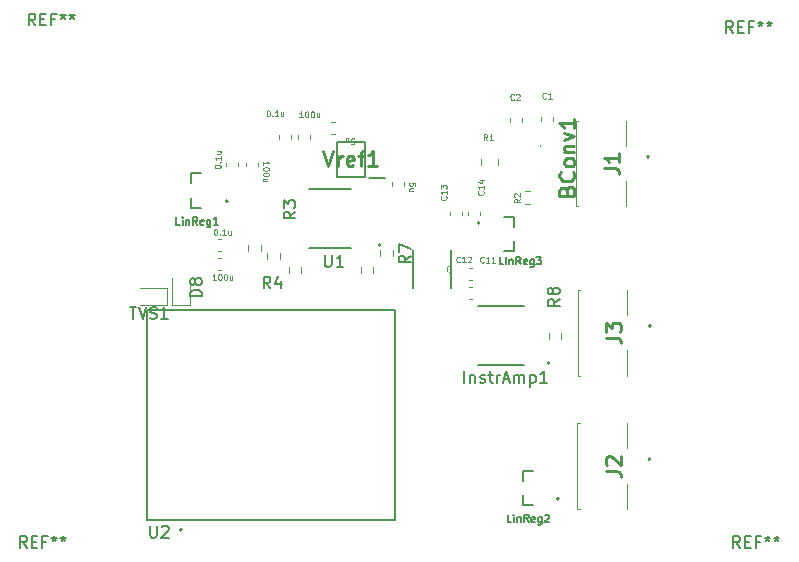
<source format=gbr>
%TF.GenerationSoftware,KiCad,Pcbnew,7.0.8*%
%TF.CreationDate,2024-08-03T17:37:37-04:00*%
%TF.ProjectId,wsg1.0,77736731-2e30-42e6-9b69-6361645f7063,rev?*%
%TF.SameCoordinates,Original*%
%TF.FileFunction,Legend,Top*%
%TF.FilePolarity,Positive*%
%FSLAX46Y46*%
G04 Gerber Fmt 4.6, Leading zero omitted, Abs format (unit mm)*
G04 Created by KiCad (PCBNEW 7.0.8) date 2024-08-03 17:37:37*
%MOMM*%
%LPD*%
G01*
G04 APERTURE LIST*
%ADD10C,0.125000*%
%ADD11C,0.150000*%
%ADD12C,0.254000*%
%ADD13C,0.120000*%
%ADD14C,0.100000*%
%ADD15C,0.127000*%
%ADD16C,0.200000*%
%ADD17C,0.152400*%
G04 APERTURE END LIST*
D10*
X99564809Y-106777142D02*
X99564809Y-106729523D01*
X99564809Y-106729523D02*
X99588619Y-106681904D01*
X99588619Y-106681904D02*
X99612428Y-106658094D01*
X99612428Y-106658094D02*
X99660047Y-106634285D01*
X99660047Y-106634285D02*
X99755285Y-106610475D01*
X99755285Y-106610475D02*
X99874333Y-106610475D01*
X99874333Y-106610475D02*
X99969571Y-106634285D01*
X99969571Y-106634285D02*
X100017190Y-106658094D01*
X100017190Y-106658094D02*
X100041000Y-106681904D01*
X100041000Y-106681904D02*
X100064809Y-106729523D01*
X100064809Y-106729523D02*
X100064809Y-106777142D01*
X100064809Y-106777142D02*
X100041000Y-106824761D01*
X100041000Y-106824761D02*
X100017190Y-106848570D01*
X100017190Y-106848570D02*
X99969571Y-106872380D01*
X99969571Y-106872380D02*
X99874333Y-106896189D01*
X99874333Y-106896189D02*
X99755285Y-106896189D01*
X99755285Y-106896189D02*
X99660047Y-106872380D01*
X99660047Y-106872380D02*
X99612428Y-106848570D01*
X99612428Y-106848570D02*
X99588619Y-106824761D01*
X99588619Y-106824761D02*
X99564809Y-106777142D01*
X100017190Y-106396190D02*
X100041000Y-106372380D01*
X100041000Y-106372380D02*
X100064809Y-106396190D01*
X100064809Y-106396190D02*
X100041000Y-106419999D01*
X100041000Y-106419999D02*
X100017190Y-106396190D01*
X100017190Y-106396190D02*
X100064809Y-106396190D01*
X100064809Y-105896190D02*
X100064809Y-106181904D01*
X100064809Y-106039047D02*
X99564809Y-106039047D01*
X99564809Y-106039047D02*
X99636238Y-106086666D01*
X99636238Y-106086666D02*
X99683857Y-106134285D01*
X99683857Y-106134285D02*
X99707666Y-106181904D01*
X99731476Y-105467619D02*
X100064809Y-105467619D01*
X99731476Y-105681905D02*
X99993380Y-105681905D01*
X99993380Y-105681905D02*
X100041000Y-105658095D01*
X100041000Y-105658095D02*
X100064809Y-105610476D01*
X100064809Y-105610476D02*
X100064809Y-105539048D01*
X100064809Y-105539048D02*
X100041000Y-105491429D01*
X100041000Y-105491429D02*
X100017190Y-105467619D01*
X104062857Y-101999809D02*
X104110476Y-101999809D01*
X104110476Y-101999809D02*
X104158095Y-102023619D01*
X104158095Y-102023619D02*
X104181905Y-102047428D01*
X104181905Y-102047428D02*
X104205714Y-102095047D01*
X104205714Y-102095047D02*
X104229524Y-102190285D01*
X104229524Y-102190285D02*
X104229524Y-102309333D01*
X104229524Y-102309333D02*
X104205714Y-102404571D01*
X104205714Y-102404571D02*
X104181905Y-102452190D01*
X104181905Y-102452190D02*
X104158095Y-102476000D01*
X104158095Y-102476000D02*
X104110476Y-102499809D01*
X104110476Y-102499809D02*
X104062857Y-102499809D01*
X104062857Y-102499809D02*
X104015238Y-102476000D01*
X104015238Y-102476000D02*
X103991429Y-102452190D01*
X103991429Y-102452190D02*
X103967619Y-102404571D01*
X103967619Y-102404571D02*
X103943810Y-102309333D01*
X103943810Y-102309333D02*
X103943810Y-102190285D01*
X103943810Y-102190285D02*
X103967619Y-102095047D01*
X103967619Y-102095047D02*
X103991429Y-102047428D01*
X103991429Y-102047428D02*
X104015238Y-102023619D01*
X104015238Y-102023619D02*
X104062857Y-101999809D01*
X104443809Y-102452190D02*
X104467619Y-102476000D01*
X104467619Y-102476000D02*
X104443809Y-102499809D01*
X104443809Y-102499809D02*
X104420000Y-102476000D01*
X104420000Y-102476000D02*
X104443809Y-102452190D01*
X104443809Y-102452190D02*
X104443809Y-102499809D01*
X104943809Y-102499809D02*
X104658095Y-102499809D01*
X104800952Y-102499809D02*
X104800952Y-101999809D01*
X104800952Y-101999809D02*
X104753333Y-102071238D01*
X104753333Y-102071238D02*
X104705714Y-102118857D01*
X104705714Y-102118857D02*
X104658095Y-102142666D01*
X105372380Y-102166476D02*
X105372380Y-102499809D01*
X105158094Y-102166476D02*
X105158094Y-102428380D01*
X105158094Y-102428380D02*
X105181904Y-102476000D01*
X105181904Y-102476000D02*
X105229523Y-102499809D01*
X105229523Y-102499809D02*
X105300951Y-102499809D01*
X105300951Y-102499809D02*
X105348570Y-102476000D01*
X105348570Y-102476000D02*
X105372380Y-102452190D01*
X111122142Y-104860190D02*
X111360237Y-104860190D01*
X111360237Y-104860190D02*
X111384046Y-104622095D01*
X111384046Y-104622095D02*
X111360237Y-104645904D01*
X111360237Y-104645904D02*
X111312618Y-104669714D01*
X111312618Y-104669714D02*
X111193570Y-104669714D01*
X111193570Y-104669714D02*
X111145951Y-104645904D01*
X111145951Y-104645904D02*
X111122142Y-104622095D01*
X111122142Y-104622095D02*
X111098332Y-104574476D01*
X111098332Y-104574476D02*
X111098332Y-104455428D01*
X111098332Y-104455428D02*
X111122142Y-104407809D01*
X111122142Y-104407809D02*
X111145951Y-104384000D01*
X111145951Y-104384000D02*
X111193570Y-104360190D01*
X111193570Y-104360190D02*
X111312618Y-104360190D01*
X111312618Y-104360190D02*
X111360237Y-104384000D01*
X111360237Y-104384000D02*
X111384046Y-104407809D01*
X110669761Y-104693523D02*
X110669761Y-104360190D01*
X110884047Y-104693523D02*
X110884047Y-104431619D01*
X110884047Y-104431619D02*
X110860237Y-104384000D01*
X110860237Y-104384000D02*
X110812618Y-104360190D01*
X110812618Y-104360190D02*
X110741190Y-104360190D01*
X110741190Y-104360190D02*
X110693571Y-104384000D01*
X110693571Y-104384000D02*
X110669761Y-104407809D01*
X107020477Y-102579809D02*
X106734763Y-102579809D01*
X106877620Y-102579809D02*
X106877620Y-102079809D01*
X106877620Y-102079809D02*
X106830001Y-102151238D01*
X106830001Y-102151238D02*
X106782382Y-102198857D01*
X106782382Y-102198857D02*
X106734763Y-102222666D01*
X107330000Y-102079809D02*
X107377619Y-102079809D01*
X107377619Y-102079809D02*
X107425238Y-102103619D01*
X107425238Y-102103619D02*
X107449048Y-102127428D01*
X107449048Y-102127428D02*
X107472857Y-102175047D01*
X107472857Y-102175047D02*
X107496667Y-102270285D01*
X107496667Y-102270285D02*
X107496667Y-102389333D01*
X107496667Y-102389333D02*
X107472857Y-102484571D01*
X107472857Y-102484571D02*
X107449048Y-102532190D01*
X107449048Y-102532190D02*
X107425238Y-102556000D01*
X107425238Y-102556000D02*
X107377619Y-102579809D01*
X107377619Y-102579809D02*
X107330000Y-102579809D01*
X107330000Y-102579809D02*
X107282381Y-102556000D01*
X107282381Y-102556000D02*
X107258572Y-102532190D01*
X107258572Y-102532190D02*
X107234762Y-102484571D01*
X107234762Y-102484571D02*
X107210953Y-102389333D01*
X107210953Y-102389333D02*
X107210953Y-102270285D01*
X107210953Y-102270285D02*
X107234762Y-102175047D01*
X107234762Y-102175047D02*
X107258572Y-102127428D01*
X107258572Y-102127428D02*
X107282381Y-102103619D01*
X107282381Y-102103619D02*
X107330000Y-102079809D01*
X107806190Y-102079809D02*
X107853809Y-102079809D01*
X107853809Y-102079809D02*
X107901428Y-102103619D01*
X107901428Y-102103619D02*
X107925238Y-102127428D01*
X107925238Y-102127428D02*
X107949047Y-102175047D01*
X107949047Y-102175047D02*
X107972857Y-102270285D01*
X107972857Y-102270285D02*
X107972857Y-102389333D01*
X107972857Y-102389333D02*
X107949047Y-102484571D01*
X107949047Y-102484571D02*
X107925238Y-102532190D01*
X107925238Y-102532190D02*
X107901428Y-102556000D01*
X107901428Y-102556000D02*
X107853809Y-102579809D01*
X107853809Y-102579809D02*
X107806190Y-102579809D01*
X107806190Y-102579809D02*
X107758571Y-102556000D01*
X107758571Y-102556000D02*
X107734762Y-102532190D01*
X107734762Y-102532190D02*
X107710952Y-102484571D01*
X107710952Y-102484571D02*
X107687143Y-102389333D01*
X107687143Y-102389333D02*
X107687143Y-102270285D01*
X107687143Y-102270285D02*
X107710952Y-102175047D01*
X107710952Y-102175047D02*
X107734762Y-102127428D01*
X107734762Y-102127428D02*
X107758571Y-102103619D01*
X107758571Y-102103619D02*
X107806190Y-102079809D01*
X108401428Y-102246476D02*
X108401428Y-102579809D01*
X108187142Y-102246476D02*
X108187142Y-102508380D01*
X108187142Y-102508380D02*
X108210952Y-102556000D01*
X108210952Y-102556000D02*
X108258571Y-102579809D01*
X108258571Y-102579809D02*
X108329999Y-102579809D01*
X108329999Y-102579809D02*
X108377618Y-102556000D01*
X108377618Y-102556000D02*
X108401428Y-102532190D01*
X116532500Y-108367857D02*
X116532500Y-108129762D01*
X116532500Y-108129762D02*
X116294405Y-108105953D01*
X116294405Y-108105953D02*
X116318214Y-108129762D01*
X116318214Y-108129762D02*
X116342024Y-108177381D01*
X116342024Y-108177381D02*
X116342024Y-108296429D01*
X116342024Y-108296429D02*
X116318214Y-108344048D01*
X116318214Y-108344048D02*
X116294405Y-108367857D01*
X116294405Y-108367857D02*
X116246786Y-108391667D01*
X116246786Y-108391667D02*
X116127738Y-108391667D01*
X116127738Y-108391667D02*
X116080119Y-108367857D01*
X116080119Y-108367857D02*
X116056310Y-108344048D01*
X116056310Y-108344048D02*
X116032500Y-108296429D01*
X116032500Y-108296429D02*
X116032500Y-108177381D01*
X116032500Y-108177381D02*
X116056310Y-108129762D01*
X116056310Y-108129762D02*
X116080119Y-108105953D01*
X116365833Y-108820238D02*
X116032500Y-108820238D01*
X116365833Y-108605952D02*
X116103929Y-108605952D01*
X116103929Y-108605952D02*
X116056310Y-108629762D01*
X116056310Y-108629762D02*
X116032500Y-108677381D01*
X116032500Y-108677381D02*
X116032500Y-108748809D01*
X116032500Y-108748809D02*
X116056310Y-108796428D01*
X116056310Y-108796428D02*
X116080119Y-108820238D01*
X99612857Y-112044809D02*
X99660476Y-112044809D01*
X99660476Y-112044809D02*
X99708095Y-112068619D01*
X99708095Y-112068619D02*
X99731905Y-112092428D01*
X99731905Y-112092428D02*
X99755714Y-112140047D01*
X99755714Y-112140047D02*
X99779524Y-112235285D01*
X99779524Y-112235285D02*
X99779524Y-112354333D01*
X99779524Y-112354333D02*
X99755714Y-112449571D01*
X99755714Y-112449571D02*
X99731905Y-112497190D01*
X99731905Y-112497190D02*
X99708095Y-112521000D01*
X99708095Y-112521000D02*
X99660476Y-112544809D01*
X99660476Y-112544809D02*
X99612857Y-112544809D01*
X99612857Y-112544809D02*
X99565238Y-112521000D01*
X99565238Y-112521000D02*
X99541429Y-112497190D01*
X99541429Y-112497190D02*
X99517619Y-112449571D01*
X99517619Y-112449571D02*
X99493810Y-112354333D01*
X99493810Y-112354333D02*
X99493810Y-112235285D01*
X99493810Y-112235285D02*
X99517619Y-112140047D01*
X99517619Y-112140047D02*
X99541429Y-112092428D01*
X99541429Y-112092428D02*
X99565238Y-112068619D01*
X99565238Y-112068619D02*
X99612857Y-112044809D01*
X99993809Y-112497190D02*
X100017619Y-112521000D01*
X100017619Y-112521000D02*
X99993809Y-112544809D01*
X99993809Y-112544809D02*
X99970000Y-112521000D01*
X99970000Y-112521000D02*
X99993809Y-112497190D01*
X99993809Y-112497190D02*
X99993809Y-112544809D01*
X100493809Y-112544809D02*
X100208095Y-112544809D01*
X100350952Y-112544809D02*
X100350952Y-112044809D01*
X100350952Y-112044809D02*
X100303333Y-112116238D01*
X100303333Y-112116238D02*
X100255714Y-112163857D01*
X100255714Y-112163857D02*
X100208095Y-112187666D01*
X100922380Y-112211476D02*
X100922380Y-112544809D01*
X100708094Y-112211476D02*
X100708094Y-112473380D01*
X100708094Y-112473380D02*
X100731904Y-112521000D01*
X100731904Y-112521000D02*
X100779523Y-112544809D01*
X100779523Y-112544809D02*
X100850951Y-112544809D01*
X100850951Y-112544809D02*
X100898570Y-112521000D01*
X100898570Y-112521000D02*
X100922380Y-112497190D01*
X103655190Y-106625477D02*
X103655190Y-106339763D01*
X103655190Y-106482620D02*
X104155190Y-106482620D01*
X104155190Y-106482620D02*
X104083761Y-106435001D01*
X104083761Y-106435001D02*
X104036142Y-106387382D01*
X104036142Y-106387382D02*
X104012333Y-106339763D01*
X104155190Y-106935000D02*
X104155190Y-106982619D01*
X104155190Y-106982619D02*
X104131380Y-107030238D01*
X104131380Y-107030238D02*
X104107571Y-107054048D01*
X104107571Y-107054048D02*
X104059952Y-107077857D01*
X104059952Y-107077857D02*
X103964714Y-107101667D01*
X103964714Y-107101667D02*
X103845666Y-107101667D01*
X103845666Y-107101667D02*
X103750428Y-107077857D01*
X103750428Y-107077857D02*
X103702809Y-107054048D01*
X103702809Y-107054048D02*
X103679000Y-107030238D01*
X103679000Y-107030238D02*
X103655190Y-106982619D01*
X103655190Y-106982619D02*
X103655190Y-106935000D01*
X103655190Y-106935000D02*
X103679000Y-106887381D01*
X103679000Y-106887381D02*
X103702809Y-106863572D01*
X103702809Y-106863572D02*
X103750428Y-106839762D01*
X103750428Y-106839762D02*
X103845666Y-106815953D01*
X103845666Y-106815953D02*
X103964714Y-106815953D01*
X103964714Y-106815953D02*
X104059952Y-106839762D01*
X104059952Y-106839762D02*
X104107571Y-106863572D01*
X104107571Y-106863572D02*
X104131380Y-106887381D01*
X104131380Y-106887381D02*
X104155190Y-106935000D01*
X104155190Y-107411190D02*
X104155190Y-107458809D01*
X104155190Y-107458809D02*
X104131380Y-107506428D01*
X104131380Y-107506428D02*
X104107571Y-107530238D01*
X104107571Y-107530238D02*
X104059952Y-107554047D01*
X104059952Y-107554047D02*
X103964714Y-107577857D01*
X103964714Y-107577857D02*
X103845666Y-107577857D01*
X103845666Y-107577857D02*
X103750428Y-107554047D01*
X103750428Y-107554047D02*
X103702809Y-107530238D01*
X103702809Y-107530238D02*
X103679000Y-107506428D01*
X103679000Y-107506428D02*
X103655190Y-107458809D01*
X103655190Y-107458809D02*
X103655190Y-107411190D01*
X103655190Y-107411190D02*
X103679000Y-107363571D01*
X103679000Y-107363571D02*
X103702809Y-107339762D01*
X103702809Y-107339762D02*
X103750428Y-107315952D01*
X103750428Y-107315952D02*
X103845666Y-107292143D01*
X103845666Y-107292143D02*
X103964714Y-107292143D01*
X103964714Y-107292143D02*
X104059952Y-107315952D01*
X104059952Y-107315952D02*
X104107571Y-107339762D01*
X104107571Y-107339762D02*
X104131380Y-107363571D01*
X104131380Y-107363571D02*
X104155190Y-107411190D01*
X103988523Y-108006428D02*
X103655190Y-108006428D01*
X103988523Y-107792142D02*
X103726619Y-107792142D01*
X103726619Y-107792142D02*
X103679000Y-107815952D01*
X103679000Y-107815952D02*
X103655190Y-107863571D01*
X103655190Y-107863571D02*
X103655190Y-107934999D01*
X103655190Y-107934999D02*
X103679000Y-107982618D01*
X103679000Y-107982618D02*
X103702809Y-108006428D01*
X99660477Y-116354809D02*
X99374763Y-116354809D01*
X99517620Y-116354809D02*
X99517620Y-115854809D01*
X99517620Y-115854809D02*
X99470001Y-115926238D01*
X99470001Y-115926238D02*
X99422382Y-115973857D01*
X99422382Y-115973857D02*
X99374763Y-115997666D01*
X99970000Y-115854809D02*
X100017619Y-115854809D01*
X100017619Y-115854809D02*
X100065238Y-115878619D01*
X100065238Y-115878619D02*
X100089048Y-115902428D01*
X100089048Y-115902428D02*
X100112857Y-115950047D01*
X100112857Y-115950047D02*
X100136667Y-116045285D01*
X100136667Y-116045285D02*
X100136667Y-116164333D01*
X100136667Y-116164333D02*
X100112857Y-116259571D01*
X100112857Y-116259571D02*
X100089048Y-116307190D01*
X100089048Y-116307190D02*
X100065238Y-116331000D01*
X100065238Y-116331000D02*
X100017619Y-116354809D01*
X100017619Y-116354809D02*
X99970000Y-116354809D01*
X99970000Y-116354809D02*
X99922381Y-116331000D01*
X99922381Y-116331000D02*
X99898572Y-116307190D01*
X99898572Y-116307190D02*
X99874762Y-116259571D01*
X99874762Y-116259571D02*
X99850953Y-116164333D01*
X99850953Y-116164333D02*
X99850953Y-116045285D01*
X99850953Y-116045285D02*
X99874762Y-115950047D01*
X99874762Y-115950047D02*
X99898572Y-115902428D01*
X99898572Y-115902428D02*
X99922381Y-115878619D01*
X99922381Y-115878619D02*
X99970000Y-115854809D01*
X100446190Y-115854809D02*
X100493809Y-115854809D01*
X100493809Y-115854809D02*
X100541428Y-115878619D01*
X100541428Y-115878619D02*
X100565238Y-115902428D01*
X100565238Y-115902428D02*
X100589047Y-115950047D01*
X100589047Y-115950047D02*
X100612857Y-116045285D01*
X100612857Y-116045285D02*
X100612857Y-116164333D01*
X100612857Y-116164333D02*
X100589047Y-116259571D01*
X100589047Y-116259571D02*
X100565238Y-116307190D01*
X100565238Y-116307190D02*
X100541428Y-116331000D01*
X100541428Y-116331000D02*
X100493809Y-116354809D01*
X100493809Y-116354809D02*
X100446190Y-116354809D01*
X100446190Y-116354809D02*
X100398571Y-116331000D01*
X100398571Y-116331000D02*
X100374762Y-116307190D01*
X100374762Y-116307190D02*
X100350952Y-116259571D01*
X100350952Y-116259571D02*
X100327143Y-116164333D01*
X100327143Y-116164333D02*
X100327143Y-116045285D01*
X100327143Y-116045285D02*
X100350952Y-115950047D01*
X100350952Y-115950047D02*
X100374762Y-115902428D01*
X100374762Y-115902428D02*
X100398571Y-115878619D01*
X100398571Y-115878619D02*
X100446190Y-115854809D01*
X101041428Y-116021476D02*
X101041428Y-116354809D01*
X100827142Y-116021476D02*
X100827142Y-116283380D01*
X100827142Y-116283380D02*
X100850952Y-116331000D01*
X100850952Y-116331000D02*
X100898571Y-116354809D01*
X100898571Y-116354809D02*
X100969999Y-116354809D01*
X100969999Y-116354809D02*
X101017618Y-116331000D01*
X101017618Y-116331000D02*
X101041428Y-116307190D01*
X120328571Y-114827190D02*
X120304762Y-114851000D01*
X120304762Y-114851000D02*
X120233333Y-114874809D01*
X120233333Y-114874809D02*
X120185714Y-114874809D01*
X120185714Y-114874809D02*
X120114286Y-114851000D01*
X120114286Y-114851000D02*
X120066667Y-114803380D01*
X120066667Y-114803380D02*
X120042857Y-114755761D01*
X120042857Y-114755761D02*
X120019048Y-114660523D01*
X120019048Y-114660523D02*
X120019048Y-114589095D01*
X120019048Y-114589095D02*
X120042857Y-114493857D01*
X120042857Y-114493857D02*
X120066667Y-114446238D01*
X120066667Y-114446238D02*
X120114286Y-114398619D01*
X120114286Y-114398619D02*
X120185714Y-114374809D01*
X120185714Y-114374809D02*
X120233333Y-114374809D01*
X120233333Y-114374809D02*
X120304762Y-114398619D01*
X120304762Y-114398619D02*
X120328571Y-114422428D01*
X120804762Y-114874809D02*
X120519048Y-114874809D01*
X120661905Y-114874809D02*
X120661905Y-114374809D01*
X120661905Y-114374809D02*
X120614286Y-114446238D01*
X120614286Y-114446238D02*
X120566667Y-114493857D01*
X120566667Y-114493857D02*
X120519048Y-114517666D01*
X120995238Y-114422428D02*
X121019047Y-114398619D01*
X121019047Y-114398619D02*
X121066666Y-114374809D01*
X121066666Y-114374809D02*
X121185714Y-114374809D01*
X121185714Y-114374809D02*
X121233333Y-114398619D01*
X121233333Y-114398619D02*
X121257142Y-114422428D01*
X121257142Y-114422428D02*
X121280952Y-114470047D01*
X121280952Y-114470047D02*
X121280952Y-114517666D01*
X121280952Y-114517666D02*
X121257142Y-114589095D01*
X121257142Y-114589095D02*
X120971428Y-114874809D01*
X120971428Y-114874809D02*
X121280952Y-114874809D01*
D11*
X106394819Y-110571666D02*
X105918628Y-110904999D01*
X106394819Y-111143094D02*
X105394819Y-111143094D01*
X105394819Y-111143094D02*
X105394819Y-110762142D01*
X105394819Y-110762142D02*
X105442438Y-110666904D01*
X105442438Y-110666904D02*
X105490057Y-110619285D01*
X105490057Y-110619285D02*
X105585295Y-110571666D01*
X105585295Y-110571666D02*
X105728152Y-110571666D01*
X105728152Y-110571666D02*
X105823390Y-110619285D01*
X105823390Y-110619285D02*
X105871009Y-110666904D01*
X105871009Y-110666904D02*
X105918628Y-110762142D01*
X105918628Y-110762142D02*
X105918628Y-111143094D01*
X105394819Y-110238332D02*
X105394819Y-109619285D01*
X105394819Y-109619285D02*
X105775771Y-109952618D01*
X105775771Y-109952618D02*
X105775771Y-109809761D01*
X105775771Y-109809761D02*
X105823390Y-109714523D01*
X105823390Y-109714523D02*
X105871009Y-109666904D01*
X105871009Y-109666904D02*
X105966247Y-109619285D01*
X105966247Y-109619285D02*
X106204342Y-109619285D01*
X106204342Y-109619285D02*
X106299580Y-109666904D01*
X106299580Y-109666904D02*
X106347200Y-109714523D01*
X106347200Y-109714523D02*
X106394819Y-109809761D01*
X106394819Y-109809761D02*
X106394819Y-110095475D01*
X106394819Y-110095475D02*
X106347200Y-110190713D01*
X106347200Y-110190713D02*
X106299580Y-110238332D01*
D10*
X124886666Y-101062190D02*
X124862857Y-101086000D01*
X124862857Y-101086000D02*
X124791428Y-101109809D01*
X124791428Y-101109809D02*
X124743809Y-101109809D01*
X124743809Y-101109809D02*
X124672381Y-101086000D01*
X124672381Y-101086000D02*
X124624762Y-101038380D01*
X124624762Y-101038380D02*
X124600952Y-100990761D01*
X124600952Y-100990761D02*
X124577143Y-100895523D01*
X124577143Y-100895523D02*
X124577143Y-100824095D01*
X124577143Y-100824095D02*
X124600952Y-100728857D01*
X124600952Y-100728857D02*
X124624762Y-100681238D01*
X124624762Y-100681238D02*
X124672381Y-100633619D01*
X124672381Y-100633619D02*
X124743809Y-100609809D01*
X124743809Y-100609809D02*
X124791428Y-100609809D01*
X124791428Y-100609809D02*
X124862857Y-100633619D01*
X124862857Y-100633619D02*
X124886666Y-100657428D01*
X125077143Y-100657428D02*
X125100952Y-100633619D01*
X125100952Y-100633619D02*
X125148571Y-100609809D01*
X125148571Y-100609809D02*
X125267619Y-100609809D01*
X125267619Y-100609809D02*
X125315238Y-100633619D01*
X125315238Y-100633619D02*
X125339047Y-100657428D01*
X125339047Y-100657428D02*
X125362857Y-100705047D01*
X125362857Y-100705047D02*
X125362857Y-100752666D01*
X125362857Y-100752666D02*
X125339047Y-100824095D01*
X125339047Y-100824095D02*
X125053333Y-101109809D01*
X125053333Y-101109809D02*
X125362857Y-101109809D01*
X127606666Y-100962190D02*
X127582857Y-100986000D01*
X127582857Y-100986000D02*
X127511428Y-101009809D01*
X127511428Y-101009809D02*
X127463809Y-101009809D01*
X127463809Y-101009809D02*
X127392381Y-100986000D01*
X127392381Y-100986000D02*
X127344762Y-100938380D01*
X127344762Y-100938380D02*
X127320952Y-100890761D01*
X127320952Y-100890761D02*
X127297143Y-100795523D01*
X127297143Y-100795523D02*
X127297143Y-100724095D01*
X127297143Y-100724095D02*
X127320952Y-100628857D01*
X127320952Y-100628857D02*
X127344762Y-100581238D01*
X127344762Y-100581238D02*
X127392381Y-100533619D01*
X127392381Y-100533619D02*
X127463809Y-100509809D01*
X127463809Y-100509809D02*
X127511428Y-100509809D01*
X127511428Y-100509809D02*
X127582857Y-100533619D01*
X127582857Y-100533619D02*
X127606666Y-100557428D01*
X128082857Y-101009809D02*
X127797143Y-101009809D01*
X127940000Y-101009809D02*
X127940000Y-100509809D01*
X127940000Y-100509809D02*
X127892381Y-100581238D01*
X127892381Y-100581238D02*
X127844762Y-100628857D01*
X127844762Y-100628857D02*
X127797143Y-100652666D01*
X122328571Y-114847190D02*
X122304762Y-114871000D01*
X122304762Y-114871000D02*
X122233333Y-114894809D01*
X122233333Y-114894809D02*
X122185714Y-114894809D01*
X122185714Y-114894809D02*
X122114286Y-114871000D01*
X122114286Y-114871000D02*
X122066667Y-114823380D01*
X122066667Y-114823380D02*
X122042857Y-114775761D01*
X122042857Y-114775761D02*
X122019048Y-114680523D01*
X122019048Y-114680523D02*
X122019048Y-114609095D01*
X122019048Y-114609095D02*
X122042857Y-114513857D01*
X122042857Y-114513857D02*
X122066667Y-114466238D01*
X122066667Y-114466238D02*
X122114286Y-114418619D01*
X122114286Y-114418619D02*
X122185714Y-114394809D01*
X122185714Y-114394809D02*
X122233333Y-114394809D01*
X122233333Y-114394809D02*
X122304762Y-114418619D01*
X122304762Y-114418619D02*
X122328571Y-114442428D01*
X122804762Y-114894809D02*
X122519048Y-114894809D01*
X122661905Y-114894809D02*
X122661905Y-114394809D01*
X122661905Y-114394809D02*
X122614286Y-114466238D01*
X122614286Y-114466238D02*
X122566667Y-114513857D01*
X122566667Y-114513857D02*
X122519048Y-114537666D01*
X123280952Y-114894809D02*
X122995238Y-114894809D01*
X123138095Y-114894809D02*
X123138095Y-114394809D01*
X123138095Y-114394809D02*
X123090476Y-114466238D01*
X123090476Y-114466238D02*
X123042857Y-114513857D01*
X123042857Y-114513857D02*
X122995238Y-114537666D01*
X122284690Y-108836428D02*
X122308500Y-108860237D01*
X122308500Y-108860237D02*
X122332309Y-108931666D01*
X122332309Y-108931666D02*
X122332309Y-108979285D01*
X122332309Y-108979285D02*
X122308500Y-109050713D01*
X122308500Y-109050713D02*
X122260880Y-109098332D01*
X122260880Y-109098332D02*
X122213261Y-109122142D01*
X122213261Y-109122142D02*
X122118023Y-109145951D01*
X122118023Y-109145951D02*
X122046595Y-109145951D01*
X122046595Y-109145951D02*
X121951357Y-109122142D01*
X121951357Y-109122142D02*
X121903738Y-109098332D01*
X121903738Y-109098332D02*
X121856119Y-109050713D01*
X121856119Y-109050713D02*
X121832309Y-108979285D01*
X121832309Y-108979285D02*
X121832309Y-108931666D01*
X121832309Y-108931666D02*
X121856119Y-108860237D01*
X121856119Y-108860237D02*
X121879928Y-108836428D01*
X122332309Y-108360237D02*
X122332309Y-108645951D01*
X122332309Y-108503094D02*
X121832309Y-108503094D01*
X121832309Y-108503094D02*
X121903738Y-108550713D01*
X121903738Y-108550713D02*
X121951357Y-108598332D01*
X121951357Y-108598332D02*
X121975166Y-108645951D01*
X121998976Y-107931666D02*
X122332309Y-107931666D01*
X121808500Y-108050714D02*
X122165642Y-108169761D01*
X122165642Y-108169761D02*
X122165642Y-107860238D01*
D11*
X116134819Y-114291666D02*
X115658628Y-114624999D01*
X116134819Y-114863094D02*
X115134819Y-114863094D01*
X115134819Y-114863094D02*
X115134819Y-114482142D01*
X115134819Y-114482142D02*
X115182438Y-114386904D01*
X115182438Y-114386904D02*
X115230057Y-114339285D01*
X115230057Y-114339285D02*
X115325295Y-114291666D01*
X115325295Y-114291666D02*
X115468152Y-114291666D01*
X115468152Y-114291666D02*
X115563390Y-114339285D01*
X115563390Y-114339285D02*
X115611009Y-114386904D01*
X115611009Y-114386904D02*
X115658628Y-114482142D01*
X115658628Y-114482142D02*
X115658628Y-114863094D01*
X115134819Y-113958332D02*
X115134819Y-113291666D01*
X115134819Y-113291666D02*
X116134819Y-113720237D01*
D12*
X129349080Y-108781904D02*
X129409556Y-108600476D01*
X129409556Y-108600476D02*
X129470032Y-108539999D01*
X129470032Y-108539999D02*
X129590984Y-108479523D01*
X129590984Y-108479523D02*
X129772413Y-108479523D01*
X129772413Y-108479523D02*
X129893365Y-108539999D01*
X129893365Y-108539999D02*
X129953842Y-108600476D01*
X129953842Y-108600476D02*
X130014318Y-108721428D01*
X130014318Y-108721428D02*
X130014318Y-109205238D01*
X130014318Y-109205238D02*
X128744318Y-109205238D01*
X128744318Y-109205238D02*
X128744318Y-108781904D01*
X128744318Y-108781904D02*
X128804794Y-108660952D01*
X128804794Y-108660952D02*
X128865270Y-108600476D01*
X128865270Y-108600476D02*
X128986222Y-108539999D01*
X128986222Y-108539999D02*
X129107175Y-108539999D01*
X129107175Y-108539999D02*
X129228127Y-108600476D01*
X129228127Y-108600476D02*
X129288603Y-108660952D01*
X129288603Y-108660952D02*
X129349080Y-108781904D01*
X129349080Y-108781904D02*
X129349080Y-109205238D01*
X129893365Y-107209523D02*
X129953842Y-107269999D01*
X129953842Y-107269999D02*
X130014318Y-107451428D01*
X130014318Y-107451428D02*
X130014318Y-107572380D01*
X130014318Y-107572380D02*
X129953842Y-107753809D01*
X129953842Y-107753809D02*
X129832889Y-107874761D01*
X129832889Y-107874761D02*
X129711937Y-107935238D01*
X129711937Y-107935238D02*
X129470032Y-107995714D01*
X129470032Y-107995714D02*
X129288603Y-107995714D01*
X129288603Y-107995714D02*
X129046699Y-107935238D01*
X129046699Y-107935238D02*
X128925746Y-107874761D01*
X128925746Y-107874761D02*
X128804794Y-107753809D01*
X128804794Y-107753809D02*
X128744318Y-107572380D01*
X128744318Y-107572380D02*
X128744318Y-107451428D01*
X128744318Y-107451428D02*
X128804794Y-107269999D01*
X128804794Y-107269999D02*
X128865270Y-107209523D01*
X130014318Y-106483809D02*
X129953842Y-106604761D01*
X129953842Y-106604761D02*
X129893365Y-106665238D01*
X129893365Y-106665238D02*
X129772413Y-106725714D01*
X129772413Y-106725714D02*
X129409556Y-106725714D01*
X129409556Y-106725714D02*
X129288603Y-106665238D01*
X129288603Y-106665238D02*
X129228127Y-106604761D01*
X129228127Y-106604761D02*
X129167651Y-106483809D01*
X129167651Y-106483809D02*
X129167651Y-106302380D01*
X129167651Y-106302380D02*
X129228127Y-106181428D01*
X129228127Y-106181428D02*
X129288603Y-106120952D01*
X129288603Y-106120952D02*
X129409556Y-106060476D01*
X129409556Y-106060476D02*
X129772413Y-106060476D01*
X129772413Y-106060476D02*
X129893365Y-106120952D01*
X129893365Y-106120952D02*
X129953842Y-106181428D01*
X129953842Y-106181428D02*
X130014318Y-106302380D01*
X130014318Y-106302380D02*
X130014318Y-106483809D01*
X129167651Y-105516190D02*
X130014318Y-105516190D01*
X129288603Y-105516190D02*
X129228127Y-105455713D01*
X129228127Y-105455713D02*
X129167651Y-105334761D01*
X129167651Y-105334761D02*
X129167651Y-105153332D01*
X129167651Y-105153332D02*
X129228127Y-105032380D01*
X129228127Y-105032380D02*
X129349080Y-104971904D01*
X129349080Y-104971904D02*
X130014318Y-104971904D01*
X129167651Y-104488094D02*
X130014318Y-104185713D01*
X130014318Y-104185713D02*
X129167651Y-103883332D01*
X130014318Y-102734284D02*
X130014318Y-103459999D01*
X130014318Y-103097142D02*
X128744318Y-103097142D01*
X128744318Y-103097142D02*
X128925746Y-103218094D01*
X128925746Y-103218094D02*
X129046699Y-103339046D01*
X129046699Y-103339046D02*
X129107175Y-103459999D01*
D11*
X96625618Y-111674676D02*
X96320856Y-111674676D01*
X96320856Y-111674676D02*
X96320856Y-111034676D01*
X96838951Y-111674676D02*
X96838951Y-111248009D01*
X96838951Y-111034676D02*
X96808475Y-111065152D01*
X96808475Y-111065152D02*
X96838951Y-111095628D01*
X96838951Y-111095628D02*
X96869428Y-111065152D01*
X96869428Y-111065152D02*
X96838951Y-111034676D01*
X96838951Y-111034676D02*
X96838951Y-111095628D01*
X97143713Y-111248009D02*
X97143713Y-111674676D01*
X97143713Y-111308961D02*
X97174190Y-111278485D01*
X97174190Y-111278485D02*
X97235142Y-111248009D01*
X97235142Y-111248009D02*
X97326571Y-111248009D01*
X97326571Y-111248009D02*
X97387523Y-111278485D01*
X97387523Y-111278485D02*
X97417999Y-111339438D01*
X97417999Y-111339438D02*
X97417999Y-111674676D01*
X98088476Y-111674676D02*
X97875142Y-111369914D01*
X97722761Y-111674676D02*
X97722761Y-111034676D01*
X97722761Y-111034676D02*
X97966571Y-111034676D01*
X97966571Y-111034676D02*
X98027523Y-111065152D01*
X98027523Y-111065152D02*
X98058000Y-111095628D01*
X98058000Y-111095628D02*
X98088476Y-111156580D01*
X98088476Y-111156580D02*
X98088476Y-111248009D01*
X98088476Y-111248009D02*
X98058000Y-111308961D01*
X98058000Y-111308961D02*
X98027523Y-111339438D01*
X98027523Y-111339438D02*
X97966571Y-111369914D01*
X97966571Y-111369914D02*
X97722761Y-111369914D01*
X98606571Y-111644200D02*
X98545619Y-111674676D01*
X98545619Y-111674676D02*
X98423714Y-111674676D01*
X98423714Y-111674676D02*
X98362761Y-111644200D01*
X98362761Y-111644200D02*
X98332285Y-111583247D01*
X98332285Y-111583247D02*
X98332285Y-111339438D01*
X98332285Y-111339438D02*
X98362761Y-111278485D01*
X98362761Y-111278485D02*
X98423714Y-111248009D01*
X98423714Y-111248009D02*
X98545619Y-111248009D01*
X98545619Y-111248009D02*
X98606571Y-111278485D01*
X98606571Y-111278485D02*
X98637047Y-111339438D01*
X98637047Y-111339438D02*
X98637047Y-111400390D01*
X98637047Y-111400390D02*
X98332285Y-111461342D01*
X99185618Y-111248009D02*
X99185618Y-111766104D01*
X99185618Y-111766104D02*
X99155142Y-111827057D01*
X99155142Y-111827057D02*
X99124666Y-111857533D01*
X99124666Y-111857533D02*
X99063713Y-111888009D01*
X99063713Y-111888009D02*
X98972285Y-111888009D01*
X98972285Y-111888009D02*
X98911332Y-111857533D01*
X99185618Y-111644200D02*
X99124666Y-111674676D01*
X99124666Y-111674676D02*
X99002761Y-111674676D01*
X99002761Y-111674676D02*
X98941809Y-111644200D01*
X98941809Y-111644200D02*
X98911332Y-111613723D01*
X98911332Y-111613723D02*
X98880856Y-111552771D01*
X98880856Y-111552771D02*
X98880856Y-111369914D01*
X98880856Y-111369914D02*
X98911332Y-111308961D01*
X98911332Y-111308961D02*
X98941809Y-111278485D01*
X98941809Y-111278485D02*
X99002761Y-111248009D01*
X99002761Y-111248009D02*
X99124666Y-111248009D01*
X99124666Y-111248009D02*
X99185618Y-111278485D01*
X99825619Y-111674676D02*
X99459904Y-111674676D01*
X99642761Y-111674676D02*
X99642761Y-111034676D01*
X99642761Y-111034676D02*
X99581809Y-111126104D01*
X99581809Y-111126104D02*
X99520857Y-111187057D01*
X99520857Y-111187057D02*
X99459904Y-111217533D01*
D12*
X132684318Y-121248332D02*
X133591461Y-121248332D01*
X133591461Y-121248332D02*
X133772889Y-121308809D01*
X133772889Y-121308809D02*
X133893842Y-121429761D01*
X133893842Y-121429761D02*
X133954318Y-121611190D01*
X133954318Y-121611190D02*
X133954318Y-121732142D01*
X132684318Y-120764523D02*
X132684318Y-119978332D01*
X132684318Y-119978332D02*
X133168127Y-120401666D01*
X133168127Y-120401666D02*
X133168127Y-120220237D01*
X133168127Y-120220237D02*
X133228603Y-120099285D01*
X133228603Y-120099285D02*
X133289080Y-120038809D01*
X133289080Y-120038809D02*
X133410032Y-119978332D01*
X133410032Y-119978332D02*
X133712413Y-119978332D01*
X133712413Y-119978332D02*
X133833365Y-120038809D01*
X133833365Y-120038809D02*
X133893842Y-120099285D01*
X133893842Y-120099285D02*
X133954318Y-120220237D01*
X133954318Y-120220237D02*
X133954318Y-120583094D01*
X133954318Y-120583094D02*
X133893842Y-120704047D01*
X133893842Y-120704047D02*
X133833365Y-120764523D01*
D11*
X92353333Y-118644819D02*
X92924761Y-118644819D01*
X92639047Y-119644819D02*
X92639047Y-118644819D01*
X93115238Y-118644819D02*
X93448571Y-119644819D01*
X93448571Y-119644819D02*
X93781904Y-118644819D01*
X94067619Y-119597200D02*
X94210476Y-119644819D01*
X94210476Y-119644819D02*
X94448571Y-119644819D01*
X94448571Y-119644819D02*
X94543809Y-119597200D01*
X94543809Y-119597200D02*
X94591428Y-119549580D01*
X94591428Y-119549580D02*
X94639047Y-119454342D01*
X94639047Y-119454342D02*
X94639047Y-119359104D01*
X94639047Y-119359104D02*
X94591428Y-119263866D01*
X94591428Y-119263866D02*
X94543809Y-119216247D01*
X94543809Y-119216247D02*
X94448571Y-119168628D01*
X94448571Y-119168628D02*
X94258095Y-119121009D01*
X94258095Y-119121009D02*
X94162857Y-119073390D01*
X94162857Y-119073390D02*
X94115238Y-119025771D01*
X94115238Y-119025771D02*
X94067619Y-118930533D01*
X94067619Y-118930533D02*
X94067619Y-118835295D01*
X94067619Y-118835295D02*
X94115238Y-118740057D01*
X94115238Y-118740057D02*
X94162857Y-118692438D01*
X94162857Y-118692438D02*
X94258095Y-118644819D01*
X94258095Y-118644819D02*
X94496190Y-118644819D01*
X94496190Y-118644819D02*
X94639047Y-118692438D01*
X95591428Y-119644819D02*
X95020000Y-119644819D01*
X95305714Y-119644819D02*
X95305714Y-118644819D01*
X95305714Y-118644819D02*
X95210476Y-118787676D01*
X95210476Y-118787676D02*
X95115238Y-118882914D01*
X95115238Y-118882914D02*
X95020000Y-118930533D01*
X144036666Y-139024819D02*
X143703333Y-138548628D01*
X143465238Y-139024819D02*
X143465238Y-138024819D01*
X143465238Y-138024819D02*
X143846190Y-138024819D01*
X143846190Y-138024819D02*
X143941428Y-138072438D01*
X143941428Y-138072438D02*
X143989047Y-138120057D01*
X143989047Y-138120057D02*
X144036666Y-138215295D01*
X144036666Y-138215295D02*
X144036666Y-138358152D01*
X144036666Y-138358152D02*
X143989047Y-138453390D01*
X143989047Y-138453390D02*
X143941428Y-138501009D01*
X143941428Y-138501009D02*
X143846190Y-138548628D01*
X143846190Y-138548628D02*
X143465238Y-138548628D01*
X144465238Y-138501009D02*
X144798571Y-138501009D01*
X144941428Y-139024819D02*
X144465238Y-139024819D01*
X144465238Y-139024819D02*
X144465238Y-138024819D01*
X144465238Y-138024819D02*
X144941428Y-138024819D01*
X145703333Y-138501009D02*
X145370000Y-138501009D01*
X145370000Y-139024819D02*
X145370000Y-138024819D01*
X145370000Y-138024819D02*
X145846190Y-138024819D01*
X146370000Y-138024819D02*
X146370000Y-138262914D01*
X146131905Y-138167676D02*
X146370000Y-138262914D01*
X146370000Y-138262914D02*
X146608095Y-138167676D01*
X146227143Y-138453390D02*
X146370000Y-138262914D01*
X146370000Y-138262914D02*
X146512857Y-138453390D01*
X147131905Y-138024819D02*
X147131905Y-138262914D01*
X146893810Y-138167676D02*
X147131905Y-138262914D01*
X147131905Y-138262914D02*
X147370000Y-138167676D01*
X146989048Y-138453390D02*
X147131905Y-138262914D01*
X147131905Y-138262914D02*
X147274762Y-138453390D01*
D12*
X132554318Y-106918332D02*
X133461461Y-106918332D01*
X133461461Y-106918332D02*
X133642889Y-106978809D01*
X133642889Y-106978809D02*
X133763842Y-107099761D01*
X133763842Y-107099761D02*
X133824318Y-107281190D01*
X133824318Y-107281190D02*
X133824318Y-107402142D01*
X133824318Y-105648332D02*
X133824318Y-106374047D01*
X133824318Y-106011190D02*
X132554318Y-106011190D01*
X132554318Y-106011190D02*
X132735746Y-106132142D01*
X132735746Y-106132142D02*
X132856699Y-106253094D01*
X132856699Y-106253094D02*
X132917175Y-106374047D01*
D11*
X123995118Y-115043276D02*
X123690356Y-115043276D01*
X123690356Y-115043276D02*
X123690356Y-114403276D01*
X124208451Y-115043276D02*
X124208451Y-114616609D01*
X124208451Y-114403276D02*
X124177975Y-114433752D01*
X124177975Y-114433752D02*
X124208451Y-114464228D01*
X124208451Y-114464228D02*
X124238928Y-114433752D01*
X124238928Y-114433752D02*
X124208451Y-114403276D01*
X124208451Y-114403276D02*
X124208451Y-114464228D01*
X124513213Y-114616609D02*
X124513213Y-115043276D01*
X124513213Y-114677561D02*
X124543690Y-114647085D01*
X124543690Y-114647085D02*
X124604642Y-114616609D01*
X124604642Y-114616609D02*
X124696071Y-114616609D01*
X124696071Y-114616609D02*
X124757023Y-114647085D01*
X124757023Y-114647085D02*
X124787499Y-114708038D01*
X124787499Y-114708038D02*
X124787499Y-115043276D01*
X125457976Y-115043276D02*
X125244642Y-114738514D01*
X125092261Y-115043276D02*
X125092261Y-114403276D01*
X125092261Y-114403276D02*
X125336071Y-114403276D01*
X125336071Y-114403276D02*
X125397023Y-114433752D01*
X125397023Y-114433752D02*
X125427500Y-114464228D01*
X125427500Y-114464228D02*
X125457976Y-114525180D01*
X125457976Y-114525180D02*
X125457976Y-114616609D01*
X125457976Y-114616609D02*
X125427500Y-114677561D01*
X125427500Y-114677561D02*
X125397023Y-114708038D01*
X125397023Y-114708038D02*
X125336071Y-114738514D01*
X125336071Y-114738514D02*
X125092261Y-114738514D01*
X125976071Y-115012800D02*
X125915119Y-115043276D01*
X125915119Y-115043276D02*
X125793214Y-115043276D01*
X125793214Y-115043276D02*
X125732261Y-115012800D01*
X125732261Y-115012800D02*
X125701785Y-114951847D01*
X125701785Y-114951847D02*
X125701785Y-114708038D01*
X125701785Y-114708038D02*
X125732261Y-114647085D01*
X125732261Y-114647085D02*
X125793214Y-114616609D01*
X125793214Y-114616609D02*
X125915119Y-114616609D01*
X125915119Y-114616609D02*
X125976071Y-114647085D01*
X125976071Y-114647085D02*
X126006547Y-114708038D01*
X126006547Y-114708038D02*
X126006547Y-114768990D01*
X126006547Y-114768990D02*
X125701785Y-114829942D01*
X126555118Y-114616609D02*
X126555118Y-115134704D01*
X126555118Y-115134704D02*
X126524642Y-115195657D01*
X126524642Y-115195657D02*
X126494166Y-115226133D01*
X126494166Y-115226133D02*
X126433213Y-115256609D01*
X126433213Y-115256609D02*
X126341785Y-115256609D01*
X126341785Y-115256609D02*
X126280832Y-115226133D01*
X126555118Y-115012800D02*
X126494166Y-115043276D01*
X126494166Y-115043276D02*
X126372261Y-115043276D01*
X126372261Y-115043276D02*
X126311309Y-115012800D01*
X126311309Y-115012800D02*
X126280832Y-114982323D01*
X126280832Y-114982323D02*
X126250356Y-114921371D01*
X126250356Y-114921371D02*
X126250356Y-114738514D01*
X126250356Y-114738514D02*
X126280832Y-114677561D01*
X126280832Y-114677561D02*
X126311309Y-114647085D01*
X126311309Y-114647085D02*
X126372261Y-114616609D01*
X126372261Y-114616609D02*
X126494166Y-114616609D01*
X126494166Y-114616609D02*
X126555118Y-114647085D01*
X126798928Y-114403276D02*
X127195119Y-114403276D01*
X127195119Y-114403276D02*
X126981785Y-114647085D01*
X126981785Y-114647085D02*
X127073214Y-114647085D01*
X127073214Y-114647085D02*
X127134166Y-114677561D01*
X127134166Y-114677561D02*
X127164642Y-114708038D01*
X127164642Y-114708038D02*
X127195119Y-114768990D01*
X127195119Y-114768990D02*
X127195119Y-114921371D01*
X127195119Y-114921371D02*
X127164642Y-114982323D01*
X127164642Y-114982323D02*
X127134166Y-115012800D01*
X127134166Y-115012800D02*
X127073214Y-115043276D01*
X127073214Y-115043276D02*
X126890357Y-115043276D01*
X126890357Y-115043276D02*
X126829404Y-115012800D01*
X126829404Y-115012800D02*
X126798928Y-114982323D01*
X108883095Y-114229819D02*
X108883095Y-115039342D01*
X108883095Y-115039342D02*
X108930714Y-115134580D01*
X108930714Y-115134580D02*
X108978333Y-115182200D01*
X108978333Y-115182200D02*
X109073571Y-115229819D01*
X109073571Y-115229819D02*
X109264047Y-115229819D01*
X109264047Y-115229819D02*
X109359285Y-115182200D01*
X109359285Y-115182200D02*
X109406904Y-115134580D01*
X109406904Y-115134580D02*
X109454523Y-115039342D01*
X109454523Y-115039342D02*
X109454523Y-114229819D01*
X110454523Y-115229819D02*
X109883095Y-115229819D01*
X110168809Y-115229819D02*
X110168809Y-114229819D01*
X110168809Y-114229819D02*
X110073571Y-114372676D01*
X110073571Y-114372676D02*
X109978333Y-114467914D01*
X109978333Y-114467914D02*
X109883095Y-114515533D01*
X104273333Y-117069819D02*
X103940000Y-116593628D01*
X103701905Y-117069819D02*
X103701905Y-116069819D01*
X103701905Y-116069819D02*
X104082857Y-116069819D01*
X104082857Y-116069819D02*
X104178095Y-116117438D01*
X104178095Y-116117438D02*
X104225714Y-116165057D01*
X104225714Y-116165057D02*
X104273333Y-116260295D01*
X104273333Y-116260295D02*
X104273333Y-116403152D01*
X104273333Y-116403152D02*
X104225714Y-116498390D01*
X104225714Y-116498390D02*
X104178095Y-116546009D01*
X104178095Y-116546009D02*
X104082857Y-116593628D01*
X104082857Y-116593628D02*
X103701905Y-116593628D01*
X105130476Y-116403152D02*
X105130476Y-117069819D01*
X104892381Y-116022200D02*
X104654286Y-116736485D01*
X104654286Y-116736485D02*
X105273333Y-116736485D01*
D10*
X122646666Y-104524809D02*
X122480000Y-104286714D01*
X122360952Y-104524809D02*
X122360952Y-104024809D01*
X122360952Y-104024809D02*
X122551428Y-104024809D01*
X122551428Y-104024809D02*
X122599047Y-104048619D01*
X122599047Y-104048619D02*
X122622857Y-104072428D01*
X122622857Y-104072428D02*
X122646666Y-104120047D01*
X122646666Y-104120047D02*
X122646666Y-104191476D01*
X122646666Y-104191476D02*
X122622857Y-104239095D01*
X122622857Y-104239095D02*
X122599047Y-104262904D01*
X122599047Y-104262904D02*
X122551428Y-104286714D01*
X122551428Y-104286714D02*
X122360952Y-104286714D01*
X123122857Y-104524809D02*
X122837143Y-104524809D01*
X122980000Y-104524809D02*
X122980000Y-104024809D01*
X122980000Y-104024809D02*
X122932381Y-104096238D01*
X122932381Y-104096238D02*
X122884762Y-104143857D01*
X122884762Y-104143857D02*
X122837143Y-104167666D01*
D11*
X84376666Y-94804819D02*
X84043333Y-94328628D01*
X83805238Y-94804819D02*
X83805238Y-93804819D01*
X83805238Y-93804819D02*
X84186190Y-93804819D01*
X84186190Y-93804819D02*
X84281428Y-93852438D01*
X84281428Y-93852438D02*
X84329047Y-93900057D01*
X84329047Y-93900057D02*
X84376666Y-93995295D01*
X84376666Y-93995295D02*
X84376666Y-94138152D01*
X84376666Y-94138152D02*
X84329047Y-94233390D01*
X84329047Y-94233390D02*
X84281428Y-94281009D01*
X84281428Y-94281009D02*
X84186190Y-94328628D01*
X84186190Y-94328628D02*
X83805238Y-94328628D01*
X84805238Y-94281009D02*
X85138571Y-94281009D01*
X85281428Y-94804819D02*
X84805238Y-94804819D01*
X84805238Y-94804819D02*
X84805238Y-93804819D01*
X84805238Y-93804819D02*
X85281428Y-93804819D01*
X86043333Y-94281009D02*
X85710000Y-94281009D01*
X85710000Y-94804819D02*
X85710000Y-93804819D01*
X85710000Y-93804819D02*
X86186190Y-93804819D01*
X86710000Y-93804819D02*
X86710000Y-94042914D01*
X86471905Y-93947676D02*
X86710000Y-94042914D01*
X86710000Y-94042914D02*
X86948095Y-93947676D01*
X86567143Y-94233390D02*
X86710000Y-94042914D01*
X86710000Y-94042914D02*
X86852857Y-94233390D01*
X87471905Y-93804819D02*
X87471905Y-94042914D01*
X87233810Y-93947676D02*
X87471905Y-94042914D01*
X87471905Y-94042914D02*
X87710000Y-93947676D01*
X87329048Y-94233390D02*
X87471905Y-94042914D01*
X87471905Y-94042914D02*
X87614762Y-94233390D01*
X83636666Y-139024819D02*
X83303333Y-138548628D01*
X83065238Y-139024819D02*
X83065238Y-138024819D01*
X83065238Y-138024819D02*
X83446190Y-138024819D01*
X83446190Y-138024819D02*
X83541428Y-138072438D01*
X83541428Y-138072438D02*
X83589047Y-138120057D01*
X83589047Y-138120057D02*
X83636666Y-138215295D01*
X83636666Y-138215295D02*
X83636666Y-138358152D01*
X83636666Y-138358152D02*
X83589047Y-138453390D01*
X83589047Y-138453390D02*
X83541428Y-138501009D01*
X83541428Y-138501009D02*
X83446190Y-138548628D01*
X83446190Y-138548628D02*
X83065238Y-138548628D01*
X84065238Y-138501009D02*
X84398571Y-138501009D01*
X84541428Y-139024819D02*
X84065238Y-139024819D01*
X84065238Y-139024819D02*
X84065238Y-138024819D01*
X84065238Y-138024819D02*
X84541428Y-138024819D01*
X85303333Y-138501009D02*
X84970000Y-138501009D01*
X84970000Y-139024819D02*
X84970000Y-138024819D01*
X84970000Y-138024819D02*
X85446190Y-138024819D01*
X85970000Y-138024819D02*
X85970000Y-138262914D01*
X85731905Y-138167676D02*
X85970000Y-138262914D01*
X85970000Y-138262914D02*
X86208095Y-138167676D01*
X85827143Y-138453390D02*
X85970000Y-138262914D01*
X85970000Y-138262914D02*
X86112857Y-138453390D01*
X86731905Y-138024819D02*
X86731905Y-138262914D01*
X86493810Y-138167676D02*
X86731905Y-138262914D01*
X86731905Y-138262914D02*
X86970000Y-138167676D01*
X86589048Y-138453390D02*
X86731905Y-138262914D01*
X86731905Y-138262914D02*
X86874762Y-138453390D01*
X143426666Y-95424819D02*
X143093333Y-94948628D01*
X142855238Y-95424819D02*
X142855238Y-94424819D01*
X142855238Y-94424819D02*
X143236190Y-94424819D01*
X143236190Y-94424819D02*
X143331428Y-94472438D01*
X143331428Y-94472438D02*
X143379047Y-94520057D01*
X143379047Y-94520057D02*
X143426666Y-94615295D01*
X143426666Y-94615295D02*
X143426666Y-94758152D01*
X143426666Y-94758152D02*
X143379047Y-94853390D01*
X143379047Y-94853390D02*
X143331428Y-94901009D01*
X143331428Y-94901009D02*
X143236190Y-94948628D01*
X143236190Y-94948628D02*
X142855238Y-94948628D01*
X143855238Y-94901009D02*
X144188571Y-94901009D01*
X144331428Y-95424819D02*
X143855238Y-95424819D01*
X143855238Y-95424819D02*
X143855238Y-94424819D01*
X143855238Y-94424819D02*
X144331428Y-94424819D01*
X145093333Y-94901009D02*
X144760000Y-94901009D01*
X144760000Y-95424819D02*
X144760000Y-94424819D01*
X144760000Y-94424819D02*
X145236190Y-94424819D01*
X145760000Y-94424819D02*
X145760000Y-94662914D01*
X145521905Y-94567676D02*
X145760000Y-94662914D01*
X145760000Y-94662914D02*
X145998095Y-94567676D01*
X145617143Y-94853390D02*
X145760000Y-94662914D01*
X145760000Y-94662914D02*
X145902857Y-94853390D01*
X146521905Y-94424819D02*
X146521905Y-94662914D01*
X146283810Y-94567676D02*
X146521905Y-94662914D01*
X146521905Y-94662914D02*
X146760000Y-94567676D01*
X146379048Y-94853390D02*
X146521905Y-94662914D01*
X146521905Y-94662914D02*
X146664762Y-94853390D01*
D12*
X132664318Y-132538332D02*
X133571461Y-132538332D01*
X133571461Y-132538332D02*
X133752889Y-132598809D01*
X133752889Y-132598809D02*
X133873842Y-132719761D01*
X133873842Y-132719761D02*
X133934318Y-132901190D01*
X133934318Y-132901190D02*
X133934318Y-133022142D01*
X132785270Y-131994047D02*
X132724794Y-131933571D01*
X132724794Y-131933571D02*
X132664318Y-131812618D01*
X132664318Y-131812618D02*
X132664318Y-131510237D01*
X132664318Y-131510237D02*
X132724794Y-131389285D01*
X132724794Y-131389285D02*
X132785270Y-131328809D01*
X132785270Y-131328809D02*
X132906222Y-131268332D01*
X132906222Y-131268332D02*
X133027175Y-131268332D01*
X133027175Y-131268332D02*
X133208603Y-131328809D01*
X133208603Y-131328809D02*
X133934318Y-132054523D01*
X133934318Y-132054523D02*
X133934318Y-131268332D01*
D10*
X125402309Y-109508333D02*
X125164214Y-109674999D01*
X125402309Y-109794047D02*
X124902309Y-109794047D01*
X124902309Y-109794047D02*
X124902309Y-109603571D01*
X124902309Y-109603571D02*
X124926119Y-109555952D01*
X124926119Y-109555952D02*
X124949928Y-109532142D01*
X124949928Y-109532142D02*
X124997547Y-109508333D01*
X124997547Y-109508333D02*
X125068976Y-109508333D01*
X125068976Y-109508333D02*
X125116595Y-109532142D01*
X125116595Y-109532142D02*
X125140404Y-109555952D01*
X125140404Y-109555952D02*
X125164214Y-109603571D01*
X125164214Y-109603571D02*
X125164214Y-109794047D01*
X124949928Y-109317856D02*
X124926119Y-109294047D01*
X124926119Y-109294047D02*
X124902309Y-109246428D01*
X124902309Y-109246428D02*
X124902309Y-109127380D01*
X124902309Y-109127380D02*
X124926119Y-109079761D01*
X124926119Y-109079761D02*
X124949928Y-109055952D01*
X124949928Y-109055952D02*
X124997547Y-109032142D01*
X124997547Y-109032142D02*
X125045166Y-109032142D01*
X125045166Y-109032142D02*
X125116595Y-109055952D01*
X125116595Y-109055952D02*
X125402309Y-109341666D01*
X125402309Y-109341666D02*
X125402309Y-109032142D01*
D11*
X124670618Y-136854676D02*
X124365856Y-136854676D01*
X124365856Y-136854676D02*
X124365856Y-136214676D01*
X124883951Y-136854676D02*
X124883951Y-136428009D01*
X124883951Y-136214676D02*
X124853475Y-136245152D01*
X124853475Y-136245152D02*
X124883951Y-136275628D01*
X124883951Y-136275628D02*
X124914428Y-136245152D01*
X124914428Y-136245152D02*
X124883951Y-136214676D01*
X124883951Y-136214676D02*
X124883951Y-136275628D01*
X125188713Y-136428009D02*
X125188713Y-136854676D01*
X125188713Y-136488961D02*
X125219190Y-136458485D01*
X125219190Y-136458485D02*
X125280142Y-136428009D01*
X125280142Y-136428009D02*
X125371571Y-136428009D01*
X125371571Y-136428009D02*
X125432523Y-136458485D01*
X125432523Y-136458485D02*
X125462999Y-136519438D01*
X125462999Y-136519438D02*
X125462999Y-136854676D01*
X126133476Y-136854676D02*
X125920142Y-136549914D01*
X125767761Y-136854676D02*
X125767761Y-136214676D01*
X125767761Y-136214676D02*
X126011571Y-136214676D01*
X126011571Y-136214676D02*
X126072523Y-136245152D01*
X126072523Y-136245152D02*
X126103000Y-136275628D01*
X126103000Y-136275628D02*
X126133476Y-136336580D01*
X126133476Y-136336580D02*
X126133476Y-136428009D01*
X126133476Y-136428009D02*
X126103000Y-136488961D01*
X126103000Y-136488961D02*
X126072523Y-136519438D01*
X126072523Y-136519438D02*
X126011571Y-136549914D01*
X126011571Y-136549914D02*
X125767761Y-136549914D01*
X126651571Y-136824200D02*
X126590619Y-136854676D01*
X126590619Y-136854676D02*
X126468714Y-136854676D01*
X126468714Y-136854676D02*
X126407761Y-136824200D01*
X126407761Y-136824200D02*
X126377285Y-136763247D01*
X126377285Y-136763247D02*
X126377285Y-136519438D01*
X126377285Y-136519438D02*
X126407761Y-136458485D01*
X126407761Y-136458485D02*
X126468714Y-136428009D01*
X126468714Y-136428009D02*
X126590619Y-136428009D01*
X126590619Y-136428009D02*
X126651571Y-136458485D01*
X126651571Y-136458485D02*
X126682047Y-136519438D01*
X126682047Y-136519438D02*
X126682047Y-136580390D01*
X126682047Y-136580390D02*
X126377285Y-136641342D01*
X127230618Y-136428009D02*
X127230618Y-136946104D01*
X127230618Y-136946104D02*
X127200142Y-137007057D01*
X127200142Y-137007057D02*
X127169666Y-137037533D01*
X127169666Y-137037533D02*
X127108713Y-137068009D01*
X127108713Y-137068009D02*
X127017285Y-137068009D01*
X127017285Y-137068009D02*
X126956332Y-137037533D01*
X127230618Y-136824200D02*
X127169666Y-136854676D01*
X127169666Y-136854676D02*
X127047761Y-136854676D01*
X127047761Y-136854676D02*
X126986809Y-136824200D01*
X126986809Y-136824200D02*
X126956332Y-136793723D01*
X126956332Y-136793723D02*
X126925856Y-136732771D01*
X126925856Y-136732771D02*
X126925856Y-136549914D01*
X126925856Y-136549914D02*
X126956332Y-136488961D01*
X126956332Y-136488961D02*
X126986809Y-136458485D01*
X126986809Y-136458485D02*
X127047761Y-136428009D01*
X127047761Y-136428009D02*
X127169666Y-136428009D01*
X127169666Y-136428009D02*
X127230618Y-136458485D01*
X127504904Y-136275628D02*
X127535380Y-136245152D01*
X127535380Y-136245152D02*
X127596333Y-136214676D01*
X127596333Y-136214676D02*
X127748714Y-136214676D01*
X127748714Y-136214676D02*
X127809666Y-136245152D01*
X127809666Y-136245152D02*
X127840142Y-136275628D01*
X127840142Y-136275628D02*
X127870619Y-136336580D01*
X127870619Y-136336580D02*
X127870619Y-136397533D01*
X127870619Y-136397533D02*
X127840142Y-136488961D01*
X127840142Y-136488961D02*
X127474428Y-136854676D01*
X127474428Y-136854676D02*
X127870619Y-136854676D01*
X94078095Y-137174819D02*
X94078095Y-137984342D01*
X94078095Y-137984342D02*
X94125714Y-138079580D01*
X94125714Y-138079580D02*
X94173333Y-138127200D01*
X94173333Y-138127200D02*
X94268571Y-138174819D01*
X94268571Y-138174819D02*
X94459047Y-138174819D01*
X94459047Y-138174819D02*
X94554285Y-138127200D01*
X94554285Y-138127200D02*
X94601904Y-138079580D01*
X94601904Y-138079580D02*
X94649523Y-137984342D01*
X94649523Y-137984342D02*
X94649523Y-137174819D01*
X95078095Y-137270057D02*
X95125714Y-137222438D01*
X95125714Y-137222438D02*
X95220952Y-137174819D01*
X95220952Y-137174819D02*
X95459047Y-137174819D01*
X95459047Y-137174819D02*
X95554285Y-137222438D01*
X95554285Y-137222438D02*
X95601904Y-137270057D01*
X95601904Y-137270057D02*
X95649523Y-137365295D01*
X95649523Y-137365295D02*
X95649523Y-137460533D01*
X95649523Y-137460533D02*
X95601904Y-137603390D01*
X95601904Y-137603390D02*
X95030476Y-138174819D01*
X95030476Y-138174819D02*
X95649523Y-138174819D01*
X128754819Y-117966666D02*
X128278628Y-118299999D01*
X128754819Y-118538094D02*
X127754819Y-118538094D01*
X127754819Y-118538094D02*
X127754819Y-118157142D01*
X127754819Y-118157142D02*
X127802438Y-118061904D01*
X127802438Y-118061904D02*
X127850057Y-118014285D01*
X127850057Y-118014285D02*
X127945295Y-117966666D01*
X127945295Y-117966666D02*
X128088152Y-117966666D01*
X128088152Y-117966666D02*
X128183390Y-118014285D01*
X128183390Y-118014285D02*
X128231009Y-118061904D01*
X128231009Y-118061904D02*
X128278628Y-118157142D01*
X128278628Y-118157142D02*
X128278628Y-118538094D01*
X128183390Y-117395237D02*
X128135771Y-117490475D01*
X128135771Y-117490475D02*
X128088152Y-117538094D01*
X128088152Y-117538094D02*
X127992914Y-117585713D01*
X127992914Y-117585713D02*
X127945295Y-117585713D01*
X127945295Y-117585713D02*
X127850057Y-117538094D01*
X127850057Y-117538094D02*
X127802438Y-117490475D01*
X127802438Y-117490475D02*
X127754819Y-117395237D01*
X127754819Y-117395237D02*
X127754819Y-117204761D01*
X127754819Y-117204761D02*
X127802438Y-117109523D01*
X127802438Y-117109523D02*
X127850057Y-117061904D01*
X127850057Y-117061904D02*
X127945295Y-117014285D01*
X127945295Y-117014285D02*
X127992914Y-117014285D01*
X127992914Y-117014285D02*
X128088152Y-117061904D01*
X128088152Y-117061904D02*
X128135771Y-117109523D01*
X128135771Y-117109523D02*
X128183390Y-117204761D01*
X128183390Y-117204761D02*
X128183390Y-117395237D01*
X128183390Y-117395237D02*
X128231009Y-117490475D01*
X128231009Y-117490475D02*
X128278628Y-117538094D01*
X128278628Y-117538094D02*
X128373866Y-117585713D01*
X128373866Y-117585713D02*
X128564342Y-117585713D01*
X128564342Y-117585713D02*
X128659580Y-117538094D01*
X128659580Y-117538094D02*
X128707200Y-117490475D01*
X128707200Y-117490475D02*
X128754819Y-117395237D01*
X128754819Y-117395237D02*
X128754819Y-117204761D01*
X128754819Y-117204761D02*
X128707200Y-117109523D01*
X128707200Y-117109523D02*
X128659580Y-117061904D01*
X128659580Y-117061904D02*
X128564342Y-117014285D01*
X128564342Y-117014285D02*
X128373866Y-117014285D01*
X128373866Y-117014285D02*
X128278628Y-117061904D01*
X128278628Y-117061904D02*
X128231009Y-117109523D01*
X128231009Y-117109523D02*
X128183390Y-117204761D01*
X120688809Y-125061819D02*
X120688809Y-124061819D01*
X121164999Y-124395152D02*
X121164999Y-125061819D01*
X121164999Y-124490390D02*
X121212618Y-124442771D01*
X121212618Y-124442771D02*
X121307856Y-124395152D01*
X121307856Y-124395152D02*
X121450713Y-124395152D01*
X121450713Y-124395152D02*
X121545951Y-124442771D01*
X121545951Y-124442771D02*
X121593570Y-124538009D01*
X121593570Y-124538009D02*
X121593570Y-125061819D01*
X122022142Y-125014200D02*
X122117380Y-125061819D01*
X122117380Y-125061819D02*
X122307856Y-125061819D01*
X122307856Y-125061819D02*
X122403094Y-125014200D01*
X122403094Y-125014200D02*
X122450713Y-124918961D01*
X122450713Y-124918961D02*
X122450713Y-124871342D01*
X122450713Y-124871342D02*
X122403094Y-124776104D01*
X122403094Y-124776104D02*
X122307856Y-124728485D01*
X122307856Y-124728485D02*
X122164999Y-124728485D01*
X122164999Y-124728485D02*
X122069761Y-124680866D01*
X122069761Y-124680866D02*
X122022142Y-124585628D01*
X122022142Y-124585628D02*
X122022142Y-124538009D01*
X122022142Y-124538009D02*
X122069761Y-124442771D01*
X122069761Y-124442771D02*
X122164999Y-124395152D01*
X122164999Y-124395152D02*
X122307856Y-124395152D01*
X122307856Y-124395152D02*
X122403094Y-124442771D01*
X122736428Y-124395152D02*
X123117380Y-124395152D01*
X122879285Y-124061819D02*
X122879285Y-124918961D01*
X122879285Y-124918961D02*
X122926904Y-125014200D01*
X122926904Y-125014200D02*
X123022142Y-125061819D01*
X123022142Y-125061819D02*
X123117380Y-125061819D01*
X123450714Y-125061819D02*
X123450714Y-124395152D01*
X123450714Y-124585628D02*
X123498333Y-124490390D01*
X123498333Y-124490390D02*
X123545952Y-124442771D01*
X123545952Y-124442771D02*
X123641190Y-124395152D01*
X123641190Y-124395152D02*
X123736428Y-124395152D01*
X124022143Y-124776104D02*
X124498333Y-124776104D01*
X123926905Y-125061819D02*
X124260238Y-124061819D01*
X124260238Y-124061819D02*
X124593571Y-125061819D01*
X124926905Y-125061819D02*
X124926905Y-124395152D01*
X124926905Y-124490390D02*
X124974524Y-124442771D01*
X124974524Y-124442771D02*
X125069762Y-124395152D01*
X125069762Y-124395152D02*
X125212619Y-124395152D01*
X125212619Y-124395152D02*
X125307857Y-124442771D01*
X125307857Y-124442771D02*
X125355476Y-124538009D01*
X125355476Y-124538009D02*
X125355476Y-125061819D01*
X125355476Y-124538009D02*
X125403095Y-124442771D01*
X125403095Y-124442771D02*
X125498333Y-124395152D01*
X125498333Y-124395152D02*
X125641190Y-124395152D01*
X125641190Y-124395152D02*
X125736429Y-124442771D01*
X125736429Y-124442771D02*
X125784048Y-124538009D01*
X125784048Y-124538009D02*
X125784048Y-125061819D01*
X126260238Y-124395152D02*
X126260238Y-125395152D01*
X126260238Y-124442771D02*
X126355476Y-124395152D01*
X126355476Y-124395152D02*
X126545952Y-124395152D01*
X126545952Y-124395152D02*
X126641190Y-124442771D01*
X126641190Y-124442771D02*
X126688809Y-124490390D01*
X126688809Y-124490390D02*
X126736428Y-124585628D01*
X126736428Y-124585628D02*
X126736428Y-124871342D01*
X126736428Y-124871342D02*
X126688809Y-124966580D01*
X126688809Y-124966580D02*
X126641190Y-125014200D01*
X126641190Y-125014200D02*
X126545952Y-125061819D01*
X126545952Y-125061819D02*
X126355476Y-125061819D01*
X126355476Y-125061819D02*
X126260238Y-125014200D01*
X127688809Y-125061819D02*
X127117381Y-125061819D01*
X127403095Y-125061819D02*
X127403095Y-124061819D01*
X127403095Y-124061819D02*
X127307857Y-124204676D01*
X127307857Y-124204676D02*
X127212619Y-124299914D01*
X127212619Y-124299914D02*
X127117381Y-124347533D01*
D10*
X119134690Y-109271428D02*
X119158500Y-109295237D01*
X119158500Y-109295237D02*
X119182309Y-109366666D01*
X119182309Y-109366666D02*
X119182309Y-109414285D01*
X119182309Y-109414285D02*
X119158500Y-109485713D01*
X119158500Y-109485713D02*
X119110880Y-109533332D01*
X119110880Y-109533332D02*
X119063261Y-109557142D01*
X119063261Y-109557142D02*
X118968023Y-109580951D01*
X118968023Y-109580951D02*
X118896595Y-109580951D01*
X118896595Y-109580951D02*
X118801357Y-109557142D01*
X118801357Y-109557142D02*
X118753738Y-109533332D01*
X118753738Y-109533332D02*
X118706119Y-109485713D01*
X118706119Y-109485713D02*
X118682309Y-109414285D01*
X118682309Y-109414285D02*
X118682309Y-109366666D01*
X118682309Y-109366666D02*
X118706119Y-109295237D01*
X118706119Y-109295237D02*
X118729928Y-109271428D01*
X119182309Y-108795237D02*
X119182309Y-109080951D01*
X119182309Y-108938094D02*
X118682309Y-108938094D01*
X118682309Y-108938094D02*
X118753738Y-108985713D01*
X118753738Y-108985713D02*
X118801357Y-109033332D01*
X118801357Y-109033332D02*
X118825166Y-109080951D01*
X118682309Y-108628571D02*
X118682309Y-108319047D01*
X118682309Y-108319047D02*
X118872785Y-108485714D01*
X118872785Y-108485714D02*
X118872785Y-108414285D01*
X118872785Y-108414285D02*
X118896595Y-108366666D01*
X118896595Y-108366666D02*
X118920404Y-108342857D01*
X118920404Y-108342857D02*
X118968023Y-108319047D01*
X118968023Y-108319047D02*
X119087071Y-108319047D01*
X119087071Y-108319047D02*
X119134690Y-108342857D01*
X119134690Y-108342857D02*
X119158500Y-108366666D01*
X119158500Y-108366666D02*
X119182309Y-108414285D01*
X119182309Y-108414285D02*
X119182309Y-108557142D01*
X119182309Y-108557142D02*
X119158500Y-108604761D01*
X119158500Y-108604761D02*
X119134690Y-108628571D01*
D12*
X108761667Y-105444318D02*
X109185000Y-106714318D01*
X109185000Y-106714318D02*
X109608334Y-105444318D01*
X110031666Y-106714318D02*
X110031666Y-105867651D01*
X110031666Y-106109556D02*
X110092143Y-105988603D01*
X110092143Y-105988603D02*
X110152619Y-105928127D01*
X110152619Y-105928127D02*
X110273571Y-105867651D01*
X110273571Y-105867651D02*
X110394524Y-105867651D01*
X111301666Y-106653842D02*
X111180714Y-106714318D01*
X111180714Y-106714318D02*
X110938809Y-106714318D01*
X110938809Y-106714318D02*
X110817856Y-106653842D01*
X110817856Y-106653842D02*
X110757380Y-106532889D01*
X110757380Y-106532889D02*
X110757380Y-106049080D01*
X110757380Y-106049080D02*
X110817856Y-105928127D01*
X110817856Y-105928127D02*
X110938809Y-105867651D01*
X110938809Y-105867651D02*
X111180714Y-105867651D01*
X111180714Y-105867651D02*
X111301666Y-105928127D01*
X111301666Y-105928127D02*
X111362142Y-106049080D01*
X111362142Y-106049080D02*
X111362142Y-106170032D01*
X111362142Y-106170032D02*
X110757380Y-106290984D01*
X111724999Y-105867651D02*
X112208808Y-105867651D01*
X111906427Y-106714318D02*
X111906427Y-105625746D01*
X111906427Y-105625746D02*
X111966904Y-105504794D01*
X111966904Y-105504794D02*
X112087856Y-105444318D01*
X112087856Y-105444318D02*
X112208808Y-105444318D01*
X113297380Y-106714318D02*
X112571665Y-106714318D01*
X112934522Y-106714318D02*
X112934522Y-105444318D01*
X112934522Y-105444318D02*
X112813570Y-105625746D01*
X112813570Y-105625746D02*
X112692618Y-105746699D01*
X112692618Y-105746699D02*
X112571665Y-105807175D01*
D11*
X98464819Y-117738094D02*
X97464819Y-117738094D01*
X97464819Y-117738094D02*
X97464819Y-117499999D01*
X97464819Y-117499999D02*
X97512438Y-117357142D01*
X97512438Y-117357142D02*
X97607676Y-117261904D01*
X97607676Y-117261904D02*
X97702914Y-117214285D01*
X97702914Y-117214285D02*
X97893390Y-117166666D01*
X97893390Y-117166666D02*
X98036247Y-117166666D01*
X98036247Y-117166666D02*
X98226723Y-117214285D01*
X98226723Y-117214285D02*
X98321961Y-117261904D01*
X98321961Y-117261904D02*
X98417200Y-117357142D01*
X98417200Y-117357142D02*
X98464819Y-117499999D01*
X98464819Y-117499999D02*
X98464819Y-117738094D01*
X97893390Y-116595237D02*
X97845771Y-116690475D01*
X97845771Y-116690475D02*
X97798152Y-116738094D01*
X97798152Y-116738094D02*
X97702914Y-116785713D01*
X97702914Y-116785713D02*
X97655295Y-116785713D01*
X97655295Y-116785713D02*
X97560057Y-116738094D01*
X97560057Y-116738094D02*
X97512438Y-116690475D01*
X97512438Y-116690475D02*
X97464819Y-116595237D01*
X97464819Y-116595237D02*
X97464819Y-116404761D01*
X97464819Y-116404761D02*
X97512438Y-116309523D01*
X97512438Y-116309523D02*
X97560057Y-116261904D01*
X97560057Y-116261904D02*
X97655295Y-116214285D01*
X97655295Y-116214285D02*
X97702914Y-116214285D01*
X97702914Y-116214285D02*
X97798152Y-116261904D01*
X97798152Y-116261904D02*
X97845771Y-116309523D01*
X97845771Y-116309523D02*
X97893390Y-116404761D01*
X97893390Y-116404761D02*
X97893390Y-116595237D01*
X97893390Y-116595237D02*
X97941009Y-116690475D01*
X97941009Y-116690475D02*
X97988628Y-116738094D01*
X97988628Y-116738094D02*
X98083866Y-116785713D01*
X98083866Y-116785713D02*
X98274342Y-116785713D01*
X98274342Y-116785713D02*
X98369580Y-116738094D01*
X98369580Y-116738094D02*
X98417200Y-116690475D01*
X98417200Y-116690475D02*
X98464819Y-116595237D01*
X98464819Y-116595237D02*
X98464819Y-116404761D01*
X98464819Y-116404761D02*
X98417200Y-116309523D01*
X98417200Y-116309523D02*
X98369580Y-116261904D01*
X98369580Y-116261904D02*
X98274342Y-116214285D01*
X98274342Y-116214285D02*
X98083866Y-116214285D01*
X98083866Y-116214285D02*
X97988628Y-116261904D01*
X97988628Y-116261904D02*
X97941009Y-116309523D01*
X97941009Y-116309523D02*
X97893390Y-116404761D01*
D13*
%TO.C,C12*%
X121079420Y-116950000D02*
X121360580Y-116950000D01*
X121079420Y-117970000D02*
X121360580Y-117970000D01*
%TO.C,R3*%
X103462500Y-113422742D02*
X103462500Y-113897258D01*
X102417500Y-113422742D02*
X102417500Y-113897258D01*
%TO.C,C10*%
X106570000Y-104380580D02*
X106570000Y-104099420D01*
X107590000Y-104380580D02*
X107590000Y-104099420D01*
%TO.C,C2*%
X124580000Y-102955580D02*
X124580000Y-102674420D01*
X125600000Y-102955580D02*
X125600000Y-102674420D01*
%TO.C,C1*%
X128230000Y-102574420D02*
X128230000Y-102855580D01*
X127210000Y-102574420D02*
X127210000Y-102855580D01*
%TO.C,C11*%
X121059420Y-115360000D02*
X121340580Y-115360000D01*
X121059420Y-116380000D02*
X121340580Y-116380000D01*
%TO.C,C14*%
X121027500Y-110870580D02*
X121027500Y-110589420D01*
X122047500Y-110870580D02*
X122047500Y-110589420D01*
%TO.C,R7*%
X114622500Y-113827742D02*
X114622500Y-114302258D01*
X113577500Y-113827742D02*
X113577500Y-114302258D01*
%TO.C,R5*%
X112952500Y-115262742D02*
X112952500Y-115737258D01*
X111907500Y-115262742D02*
X111907500Y-115737258D01*
D14*
%TO.C,BConv1*%
X127100000Y-104900000D02*
X127100000Y-104900000D01*
X127100000Y-105000000D02*
X127100000Y-105000000D01*
X127100000Y-105000000D02*
G75*
G03*
X127100000Y-104900000I0J50000D01*
G01*
X127100000Y-104900000D02*
G75*
G03*
X127100000Y-105000000I0J-50000D01*
G01*
D15*
%TO.C,LinReg1*%
X98430000Y-110230000D02*
X97575000Y-110230000D01*
X97575000Y-110230000D02*
X97575000Y-109405000D01*
X97575000Y-107330000D02*
X98430000Y-107330000D01*
X97575000Y-107330000D02*
X97575000Y-108155000D01*
D16*
X100665000Y-109695000D02*
G75*
G03*
X100665000Y-109695000I-100000J0D01*
G01*
D14*
%TO.C,J3*%
X134480000Y-117200000D02*
X134480000Y-119325000D01*
X130480000Y-117200000D02*
X130280000Y-117200000D01*
X130280000Y-117200000D02*
X130280000Y-124450000D01*
D16*
X136380000Y-120125000D02*
X136380000Y-120125000D01*
X136380000Y-120325000D02*
X136380000Y-120325000D01*
D14*
X134480000Y-122325000D02*
X134480000Y-124450000D01*
X130280000Y-124450000D02*
X130480000Y-124450000D01*
D16*
X136380000Y-120325000D02*
G75*
G03*
X136380000Y-120125000I0J100000D01*
G01*
X136380000Y-120125000D02*
G75*
G03*
X136380000Y-120325000I0J-100000D01*
G01*
D13*
%TO.C,TVS1*%
X95505000Y-118495000D02*
X95505000Y-117025000D01*
X95505000Y-117025000D02*
X93220000Y-117025000D01*
X93220000Y-118495000D02*
X95505000Y-118495000D01*
D14*
%TO.C,J1*%
X134350000Y-102870000D02*
X134350000Y-104995000D01*
X130350000Y-102870000D02*
X130150000Y-102870000D01*
X130150000Y-102870000D02*
X130150000Y-110120000D01*
D16*
X136250000Y-105795000D02*
X136250000Y-105795000D01*
X136250000Y-105995000D02*
X136250000Y-105995000D01*
D14*
X134350000Y-107995000D02*
X134350000Y-110120000D01*
X130150000Y-110120000D02*
X130350000Y-110120000D01*
D16*
X136250000Y-105995000D02*
G75*
G03*
X136250000Y-105795000I0J100000D01*
G01*
X136250000Y-105795000D02*
G75*
G03*
X136250000Y-105995000I0J-100000D01*
G01*
D15*
%TO.C,LinReg3*%
X124042500Y-111005000D02*
X124897500Y-111005000D01*
X124897500Y-111005000D02*
X124897500Y-111830000D01*
X124897500Y-113905000D02*
X124042500Y-113905000D01*
X124897500Y-113905000D02*
X124897500Y-113080000D01*
D16*
X122007500Y-111540000D02*
G75*
G03*
X122007500Y-111540000I-100000J0D01*
G01*
D15*
%TO.C,U1*%
X111085000Y-113640000D02*
X107555000Y-113640000D01*
X107555000Y-108640000D02*
X111085000Y-108640000D01*
D16*
X113610000Y-113415000D02*
G75*
G03*
X113610000Y-113415000I-100000J0D01*
G01*
D13*
%TO.C,R4*%
X105062500Y-114077742D02*
X105062500Y-114552258D01*
X104017500Y-114077742D02*
X104017500Y-114552258D01*
%TO.C,C5*%
X114570000Y-108370580D02*
X114570000Y-108089420D01*
X115590000Y-108370580D02*
X115590000Y-108089420D01*
%TO.C,R1*%
X123565000Y-106142936D02*
X123565000Y-106597064D01*
X122095000Y-106142936D02*
X122095000Y-106597064D01*
%TO.C,C7*%
X102240000Y-106725580D02*
X102240000Y-106444420D01*
X103260000Y-106725580D02*
X103260000Y-106444420D01*
%TO.C,R6*%
X106902500Y-115262742D02*
X106902500Y-115737258D01*
X105857500Y-115262742D02*
X105857500Y-115737258D01*
D17*
%TO.C,DAC1*%
X116329800Y-113849800D02*
X116329800Y-117050200D01*
X119530200Y-115145200D02*
X119530200Y-113849800D01*
X119530200Y-115754800D02*
X119530200Y-115145200D01*
X119530200Y-117050200D02*
X119530200Y-115754800D01*
D14*
X119530200Y-115145200D02*
G75*
G03*
X119530200Y-115754800I0J-304800D01*
G01*
D13*
%TO.C,C8*%
X100530000Y-106735580D02*
X100530000Y-106454420D01*
X101550000Y-106735580D02*
X101550000Y-106454420D01*
D14*
%TO.C,J2*%
X134460000Y-128490000D02*
X134460000Y-130615000D01*
X130460000Y-128490000D02*
X130260000Y-128490000D01*
X130260000Y-128490000D02*
X130260000Y-135740000D01*
D16*
X136360000Y-131415000D02*
X136360000Y-131415000D01*
X136360000Y-131615000D02*
X136360000Y-131615000D01*
D14*
X134460000Y-133615000D02*
X134460000Y-135740000D01*
X130260000Y-135740000D02*
X130460000Y-135740000D01*
D16*
X136360000Y-131615000D02*
G75*
G03*
X136360000Y-131415000I0J100000D01*
G01*
X136360000Y-131415000D02*
G75*
G03*
X136360000Y-131615000I0J-100000D01*
G01*
D13*
%TO.C,R2*%
X125807742Y-108847500D02*
X126282258Y-108847500D01*
X125807742Y-109892500D02*
X126282258Y-109892500D01*
%TO.C,C4*%
X100130580Y-113900000D02*
X99849420Y-113900000D01*
X100130580Y-112880000D02*
X99849420Y-112880000D01*
D15*
%TO.C,LinReg2*%
X126475000Y-135410000D02*
X125620000Y-135410000D01*
X125620000Y-135410000D02*
X125620000Y-134585000D01*
X125620000Y-132510000D02*
X126475000Y-132510000D01*
X125620000Y-132510000D02*
X125620000Y-133335000D01*
D16*
X128710000Y-134875000D02*
G75*
G03*
X128710000Y-134875000I-100000J0D01*
G01*
D15*
%TO.C,U2*%
X93800000Y-136707500D02*
X114800000Y-136707500D01*
X114800000Y-136707500D02*
X114800000Y-118907500D01*
X93800000Y-118907500D02*
X93800000Y-136707500D01*
X114800000Y-118907500D02*
X93800000Y-118907500D01*
D16*
X96780000Y-137507500D02*
G75*
G03*
X96780000Y-137507500I-100000J0D01*
G01*
D13*
%TO.C,R8*%
X127857500Y-121327258D02*
X127857500Y-120852742D01*
X128902500Y-121327258D02*
X128902500Y-120852742D01*
D15*
%TO.C,InstrAmp1*%
X125730000Y-123595000D02*
X121830000Y-123595000D01*
X125730000Y-118545000D02*
X121830000Y-118545000D01*
D16*
X127920000Y-123375000D02*
G75*
G03*
X127920000Y-123375000I-100000J0D01*
G01*
D13*
%TO.C,C3*%
X100130580Y-115510000D02*
X99849420Y-115510000D01*
X100130580Y-114490000D02*
X99849420Y-114490000D01*
%TO.C,C13*%
X119447500Y-110875580D02*
X119447500Y-110594420D01*
X120467500Y-110875580D02*
X120467500Y-110594420D01*
%TO.C,C6*%
X109710580Y-103975000D02*
X109429420Y-103975000D01*
X109710580Y-102955000D02*
X109429420Y-102955000D01*
%TO.C,C9*%
X105000000Y-104390580D02*
X105000000Y-104109420D01*
X106020000Y-104390580D02*
X106020000Y-104109420D01*
D16*
%TO.C,Vref1*%
X113990000Y-107690000D02*
X112590000Y-107690000D01*
X112240000Y-107640000D02*
X109940000Y-107640000D01*
X112240000Y-104640000D02*
X112240000Y-107640000D01*
X109940000Y-107640000D02*
X109940000Y-104640000D01*
X109940000Y-104640000D02*
X112240000Y-104640000D01*
D13*
%TO.C,D8*%
X95975000Y-118475000D02*
X97445000Y-118475000D01*
X97445000Y-118475000D02*
X97445000Y-116190000D01*
X95975000Y-116190000D02*
X95975000Y-118475000D01*
%TD*%
M02*

</source>
